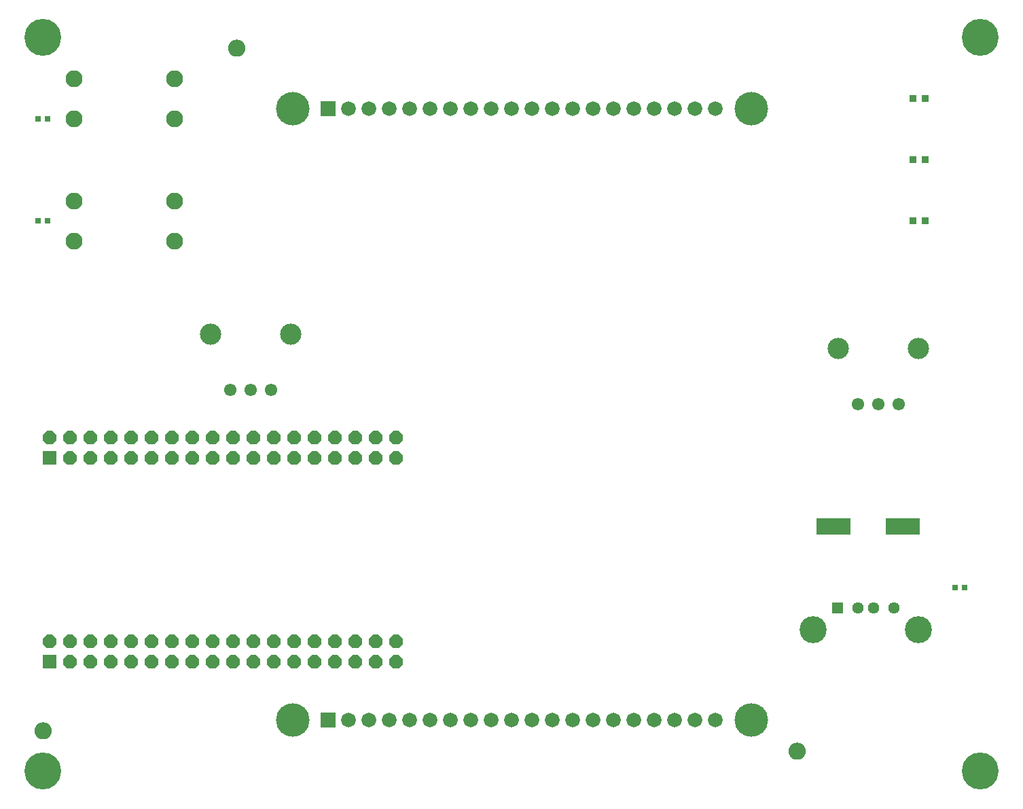
<source format=gbr>
G04 EAGLE Gerber RS-274X export*
G75*
%MOMM*%
%FSLAX34Y34*%
%LPD*%
%INSoldermask Top*%
%IPPOS*%
%AMOC8*
5,1,8,0,0,1.08239X$1,22.5*%
G01*
%ADD10R,4.252400X2.152400*%
%ADD11R,0.952400X0.952400*%
%ADD12C,0.609600*%
%ADD13C,1.168400*%
%ADD14R,1.828800X1.828800*%
%ADD15C,1.828800*%
%ADD16C,4.168400*%
%ADD17R,1.440400X1.440400*%
%ADD18C,1.440400*%
%ADD19C,3.372400*%
%ADD20C,4.597400*%
%ADD21C,1.552400*%
%ADD22C,2.652400*%
%ADD23R,0.762000X0.660400*%
%ADD24C,2.112400*%
%ADD25R,1.676400X1.676400*%
%ADD26P,1.814519X8X22.500000*%


D10*
X1036000Y355600D03*
X1123000Y355600D03*
D11*
X1135500Y736600D03*
X1150500Y736600D03*
X1135500Y812800D03*
X1150500Y812800D03*
X1135500Y889000D03*
X1150500Y889000D03*
D12*
X284480Y952500D02*
X284482Y952687D01*
X284489Y952874D01*
X284501Y953061D01*
X284517Y953247D01*
X284537Y953433D01*
X284562Y953618D01*
X284592Y953803D01*
X284626Y953987D01*
X284665Y954170D01*
X284708Y954352D01*
X284756Y954532D01*
X284808Y954712D01*
X284865Y954890D01*
X284925Y955067D01*
X284991Y955242D01*
X285060Y955416D01*
X285134Y955588D01*
X285212Y955758D01*
X285294Y955926D01*
X285380Y956092D01*
X285470Y956256D01*
X285564Y956417D01*
X285662Y956577D01*
X285764Y956733D01*
X285870Y956888D01*
X285980Y957039D01*
X286093Y957188D01*
X286210Y957334D01*
X286330Y957477D01*
X286454Y957617D01*
X286581Y957754D01*
X286712Y957888D01*
X286846Y958019D01*
X286983Y958146D01*
X287123Y958270D01*
X287266Y958390D01*
X287412Y958507D01*
X287561Y958620D01*
X287712Y958730D01*
X287867Y958836D01*
X288023Y958938D01*
X288183Y959036D01*
X288344Y959130D01*
X288508Y959220D01*
X288674Y959306D01*
X288842Y959388D01*
X289012Y959466D01*
X289184Y959540D01*
X289358Y959609D01*
X289533Y959675D01*
X289710Y959735D01*
X289888Y959792D01*
X290068Y959844D01*
X290248Y959892D01*
X290430Y959935D01*
X290613Y959974D01*
X290797Y960008D01*
X290982Y960038D01*
X291167Y960063D01*
X291353Y960083D01*
X291539Y960099D01*
X291726Y960111D01*
X291913Y960118D01*
X292100Y960120D01*
X292287Y960118D01*
X292474Y960111D01*
X292661Y960099D01*
X292847Y960083D01*
X293033Y960063D01*
X293218Y960038D01*
X293403Y960008D01*
X293587Y959974D01*
X293770Y959935D01*
X293952Y959892D01*
X294132Y959844D01*
X294312Y959792D01*
X294490Y959735D01*
X294667Y959675D01*
X294842Y959609D01*
X295016Y959540D01*
X295188Y959466D01*
X295358Y959388D01*
X295526Y959306D01*
X295692Y959220D01*
X295856Y959130D01*
X296017Y959036D01*
X296177Y958938D01*
X296333Y958836D01*
X296488Y958730D01*
X296639Y958620D01*
X296788Y958507D01*
X296934Y958390D01*
X297077Y958270D01*
X297217Y958146D01*
X297354Y958019D01*
X297488Y957888D01*
X297619Y957754D01*
X297746Y957617D01*
X297870Y957477D01*
X297990Y957334D01*
X298107Y957188D01*
X298220Y957039D01*
X298330Y956888D01*
X298436Y956733D01*
X298538Y956577D01*
X298636Y956417D01*
X298730Y956256D01*
X298820Y956092D01*
X298906Y955926D01*
X298988Y955758D01*
X299066Y955588D01*
X299140Y955416D01*
X299209Y955242D01*
X299275Y955067D01*
X299335Y954890D01*
X299392Y954712D01*
X299444Y954532D01*
X299492Y954352D01*
X299535Y954170D01*
X299574Y953987D01*
X299608Y953803D01*
X299638Y953618D01*
X299663Y953433D01*
X299683Y953247D01*
X299699Y953061D01*
X299711Y952874D01*
X299718Y952687D01*
X299720Y952500D01*
X299718Y952313D01*
X299711Y952126D01*
X299699Y951939D01*
X299683Y951753D01*
X299663Y951567D01*
X299638Y951382D01*
X299608Y951197D01*
X299574Y951013D01*
X299535Y950830D01*
X299492Y950648D01*
X299444Y950468D01*
X299392Y950288D01*
X299335Y950110D01*
X299275Y949933D01*
X299209Y949758D01*
X299140Y949584D01*
X299066Y949412D01*
X298988Y949242D01*
X298906Y949074D01*
X298820Y948908D01*
X298730Y948744D01*
X298636Y948583D01*
X298538Y948423D01*
X298436Y948267D01*
X298330Y948112D01*
X298220Y947961D01*
X298107Y947812D01*
X297990Y947666D01*
X297870Y947523D01*
X297746Y947383D01*
X297619Y947246D01*
X297488Y947112D01*
X297354Y946981D01*
X297217Y946854D01*
X297077Y946730D01*
X296934Y946610D01*
X296788Y946493D01*
X296639Y946380D01*
X296488Y946270D01*
X296333Y946164D01*
X296177Y946062D01*
X296017Y945964D01*
X295856Y945870D01*
X295692Y945780D01*
X295526Y945694D01*
X295358Y945612D01*
X295188Y945534D01*
X295016Y945460D01*
X294842Y945391D01*
X294667Y945325D01*
X294490Y945265D01*
X294312Y945208D01*
X294132Y945156D01*
X293952Y945108D01*
X293770Y945065D01*
X293587Y945026D01*
X293403Y944992D01*
X293218Y944962D01*
X293033Y944937D01*
X292847Y944917D01*
X292661Y944901D01*
X292474Y944889D01*
X292287Y944882D01*
X292100Y944880D01*
X291913Y944882D01*
X291726Y944889D01*
X291539Y944901D01*
X291353Y944917D01*
X291167Y944937D01*
X290982Y944962D01*
X290797Y944992D01*
X290613Y945026D01*
X290430Y945065D01*
X290248Y945108D01*
X290068Y945156D01*
X289888Y945208D01*
X289710Y945265D01*
X289533Y945325D01*
X289358Y945391D01*
X289184Y945460D01*
X289012Y945534D01*
X288842Y945612D01*
X288674Y945694D01*
X288508Y945780D01*
X288344Y945870D01*
X288183Y945964D01*
X288023Y946062D01*
X287867Y946164D01*
X287712Y946270D01*
X287561Y946380D01*
X287412Y946493D01*
X287266Y946610D01*
X287123Y946730D01*
X286983Y946854D01*
X286846Y946981D01*
X286712Y947112D01*
X286581Y947246D01*
X286454Y947383D01*
X286330Y947523D01*
X286210Y947666D01*
X286093Y947812D01*
X285980Y947961D01*
X285870Y948112D01*
X285764Y948267D01*
X285662Y948423D01*
X285564Y948583D01*
X285470Y948744D01*
X285380Y948908D01*
X285294Y949074D01*
X285212Y949242D01*
X285134Y949412D01*
X285060Y949584D01*
X284991Y949758D01*
X284925Y949933D01*
X284865Y950110D01*
X284808Y950288D01*
X284756Y950468D01*
X284708Y950648D01*
X284665Y950830D01*
X284626Y951013D01*
X284592Y951197D01*
X284562Y951382D01*
X284537Y951567D01*
X284517Y951753D01*
X284501Y951939D01*
X284489Y952126D01*
X284482Y952313D01*
X284480Y952500D01*
D13*
X292100Y952500D03*
D12*
X43180Y101600D02*
X43182Y101787D01*
X43189Y101974D01*
X43201Y102161D01*
X43217Y102347D01*
X43237Y102533D01*
X43262Y102718D01*
X43292Y102903D01*
X43326Y103087D01*
X43365Y103270D01*
X43408Y103452D01*
X43456Y103632D01*
X43508Y103812D01*
X43565Y103990D01*
X43625Y104167D01*
X43691Y104342D01*
X43760Y104516D01*
X43834Y104688D01*
X43912Y104858D01*
X43994Y105026D01*
X44080Y105192D01*
X44170Y105356D01*
X44264Y105517D01*
X44362Y105677D01*
X44464Y105833D01*
X44570Y105988D01*
X44680Y106139D01*
X44793Y106288D01*
X44910Y106434D01*
X45030Y106577D01*
X45154Y106717D01*
X45281Y106854D01*
X45412Y106988D01*
X45546Y107119D01*
X45683Y107246D01*
X45823Y107370D01*
X45966Y107490D01*
X46112Y107607D01*
X46261Y107720D01*
X46412Y107830D01*
X46567Y107936D01*
X46723Y108038D01*
X46883Y108136D01*
X47044Y108230D01*
X47208Y108320D01*
X47374Y108406D01*
X47542Y108488D01*
X47712Y108566D01*
X47884Y108640D01*
X48058Y108709D01*
X48233Y108775D01*
X48410Y108835D01*
X48588Y108892D01*
X48768Y108944D01*
X48948Y108992D01*
X49130Y109035D01*
X49313Y109074D01*
X49497Y109108D01*
X49682Y109138D01*
X49867Y109163D01*
X50053Y109183D01*
X50239Y109199D01*
X50426Y109211D01*
X50613Y109218D01*
X50800Y109220D01*
X50987Y109218D01*
X51174Y109211D01*
X51361Y109199D01*
X51547Y109183D01*
X51733Y109163D01*
X51918Y109138D01*
X52103Y109108D01*
X52287Y109074D01*
X52470Y109035D01*
X52652Y108992D01*
X52832Y108944D01*
X53012Y108892D01*
X53190Y108835D01*
X53367Y108775D01*
X53542Y108709D01*
X53716Y108640D01*
X53888Y108566D01*
X54058Y108488D01*
X54226Y108406D01*
X54392Y108320D01*
X54556Y108230D01*
X54717Y108136D01*
X54877Y108038D01*
X55033Y107936D01*
X55188Y107830D01*
X55339Y107720D01*
X55488Y107607D01*
X55634Y107490D01*
X55777Y107370D01*
X55917Y107246D01*
X56054Y107119D01*
X56188Y106988D01*
X56319Y106854D01*
X56446Y106717D01*
X56570Y106577D01*
X56690Y106434D01*
X56807Y106288D01*
X56920Y106139D01*
X57030Y105988D01*
X57136Y105833D01*
X57238Y105677D01*
X57336Y105517D01*
X57430Y105356D01*
X57520Y105192D01*
X57606Y105026D01*
X57688Y104858D01*
X57766Y104688D01*
X57840Y104516D01*
X57909Y104342D01*
X57975Y104167D01*
X58035Y103990D01*
X58092Y103812D01*
X58144Y103632D01*
X58192Y103452D01*
X58235Y103270D01*
X58274Y103087D01*
X58308Y102903D01*
X58338Y102718D01*
X58363Y102533D01*
X58383Y102347D01*
X58399Y102161D01*
X58411Y101974D01*
X58418Y101787D01*
X58420Y101600D01*
X58418Y101413D01*
X58411Y101226D01*
X58399Y101039D01*
X58383Y100853D01*
X58363Y100667D01*
X58338Y100482D01*
X58308Y100297D01*
X58274Y100113D01*
X58235Y99930D01*
X58192Y99748D01*
X58144Y99568D01*
X58092Y99388D01*
X58035Y99210D01*
X57975Y99033D01*
X57909Y98858D01*
X57840Y98684D01*
X57766Y98512D01*
X57688Y98342D01*
X57606Y98174D01*
X57520Y98008D01*
X57430Y97844D01*
X57336Y97683D01*
X57238Y97523D01*
X57136Y97367D01*
X57030Y97212D01*
X56920Y97061D01*
X56807Y96912D01*
X56690Y96766D01*
X56570Y96623D01*
X56446Y96483D01*
X56319Y96346D01*
X56188Y96212D01*
X56054Y96081D01*
X55917Y95954D01*
X55777Y95830D01*
X55634Y95710D01*
X55488Y95593D01*
X55339Y95480D01*
X55188Y95370D01*
X55033Y95264D01*
X54877Y95162D01*
X54717Y95064D01*
X54556Y94970D01*
X54392Y94880D01*
X54226Y94794D01*
X54058Y94712D01*
X53888Y94634D01*
X53716Y94560D01*
X53542Y94491D01*
X53367Y94425D01*
X53190Y94365D01*
X53012Y94308D01*
X52832Y94256D01*
X52652Y94208D01*
X52470Y94165D01*
X52287Y94126D01*
X52103Y94092D01*
X51918Y94062D01*
X51733Y94037D01*
X51547Y94017D01*
X51361Y94001D01*
X51174Y93989D01*
X50987Y93982D01*
X50800Y93980D01*
X50613Y93982D01*
X50426Y93989D01*
X50239Y94001D01*
X50053Y94017D01*
X49867Y94037D01*
X49682Y94062D01*
X49497Y94092D01*
X49313Y94126D01*
X49130Y94165D01*
X48948Y94208D01*
X48768Y94256D01*
X48588Y94308D01*
X48410Y94365D01*
X48233Y94425D01*
X48058Y94491D01*
X47884Y94560D01*
X47712Y94634D01*
X47542Y94712D01*
X47374Y94794D01*
X47208Y94880D01*
X47044Y94970D01*
X46883Y95064D01*
X46723Y95162D01*
X46567Y95264D01*
X46412Y95370D01*
X46261Y95480D01*
X46112Y95593D01*
X45966Y95710D01*
X45823Y95830D01*
X45683Y95954D01*
X45546Y96081D01*
X45412Y96212D01*
X45281Y96346D01*
X45154Y96483D01*
X45030Y96623D01*
X44910Y96766D01*
X44793Y96912D01*
X44680Y97061D01*
X44570Y97212D01*
X44464Y97367D01*
X44362Y97523D01*
X44264Y97683D01*
X44170Y97844D01*
X44080Y98008D01*
X43994Y98174D01*
X43912Y98342D01*
X43834Y98512D01*
X43760Y98684D01*
X43691Y98858D01*
X43625Y99033D01*
X43565Y99210D01*
X43508Y99388D01*
X43456Y99568D01*
X43408Y99748D01*
X43365Y99930D01*
X43326Y100113D01*
X43292Y100297D01*
X43262Y100482D01*
X43237Y100667D01*
X43217Y100853D01*
X43201Y101039D01*
X43189Y101226D01*
X43182Y101413D01*
X43180Y101600D01*
D13*
X50800Y101600D03*
D12*
X982980Y76200D02*
X982982Y76387D01*
X982989Y76574D01*
X983001Y76761D01*
X983017Y76947D01*
X983037Y77133D01*
X983062Y77318D01*
X983092Y77503D01*
X983126Y77687D01*
X983165Y77870D01*
X983208Y78052D01*
X983256Y78232D01*
X983308Y78412D01*
X983365Y78590D01*
X983425Y78767D01*
X983491Y78942D01*
X983560Y79116D01*
X983634Y79288D01*
X983712Y79458D01*
X983794Y79626D01*
X983880Y79792D01*
X983970Y79956D01*
X984064Y80117D01*
X984162Y80277D01*
X984264Y80433D01*
X984370Y80588D01*
X984480Y80739D01*
X984593Y80888D01*
X984710Y81034D01*
X984830Y81177D01*
X984954Y81317D01*
X985081Y81454D01*
X985212Y81588D01*
X985346Y81719D01*
X985483Y81846D01*
X985623Y81970D01*
X985766Y82090D01*
X985912Y82207D01*
X986061Y82320D01*
X986212Y82430D01*
X986367Y82536D01*
X986523Y82638D01*
X986683Y82736D01*
X986844Y82830D01*
X987008Y82920D01*
X987174Y83006D01*
X987342Y83088D01*
X987512Y83166D01*
X987684Y83240D01*
X987858Y83309D01*
X988033Y83375D01*
X988210Y83435D01*
X988388Y83492D01*
X988568Y83544D01*
X988748Y83592D01*
X988930Y83635D01*
X989113Y83674D01*
X989297Y83708D01*
X989482Y83738D01*
X989667Y83763D01*
X989853Y83783D01*
X990039Y83799D01*
X990226Y83811D01*
X990413Y83818D01*
X990600Y83820D01*
X990787Y83818D01*
X990974Y83811D01*
X991161Y83799D01*
X991347Y83783D01*
X991533Y83763D01*
X991718Y83738D01*
X991903Y83708D01*
X992087Y83674D01*
X992270Y83635D01*
X992452Y83592D01*
X992632Y83544D01*
X992812Y83492D01*
X992990Y83435D01*
X993167Y83375D01*
X993342Y83309D01*
X993516Y83240D01*
X993688Y83166D01*
X993858Y83088D01*
X994026Y83006D01*
X994192Y82920D01*
X994356Y82830D01*
X994517Y82736D01*
X994677Y82638D01*
X994833Y82536D01*
X994988Y82430D01*
X995139Y82320D01*
X995288Y82207D01*
X995434Y82090D01*
X995577Y81970D01*
X995717Y81846D01*
X995854Y81719D01*
X995988Y81588D01*
X996119Y81454D01*
X996246Y81317D01*
X996370Y81177D01*
X996490Y81034D01*
X996607Y80888D01*
X996720Y80739D01*
X996830Y80588D01*
X996936Y80433D01*
X997038Y80277D01*
X997136Y80117D01*
X997230Y79956D01*
X997320Y79792D01*
X997406Y79626D01*
X997488Y79458D01*
X997566Y79288D01*
X997640Y79116D01*
X997709Y78942D01*
X997775Y78767D01*
X997835Y78590D01*
X997892Y78412D01*
X997944Y78232D01*
X997992Y78052D01*
X998035Y77870D01*
X998074Y77687D01*
X998108Y77503D01*
X998138Y77318D01*
X998163Y77133D01*
X998183Y76947D01*
X998199Y76761D01*
X998211Y76574D01*
X998218Y76387D01*
X998220Y76200D01*
X998218Y76013D01*
X998211Y75826D01*
X998199Y75639D01*
X998183Y75453D01*
X998163Y75267D01*
X998138Y75082D01*
X998108Y74897D01*
X998074Y74713D01*
X998035Y74530D01*
X997992Y74348D01*
X997944Y74168D01*
X997892Y73988D01*
X997835Y73810D01*
X997775Y73633D01*
X997709Y73458D01*
X997640Y73284D01*
X997566Y73112D01*
X997488Y72942D01*
X997406Y72774D01*
X997320Y72608D01*
X997230Y72444D01*
X997136Y72283D01*
X997038Y72123D01*
X996936Y71967D01*
X996830Y71812D01*
X996720Y71661D01*
X996607Y71512D01*
X996490Y71366D01*
X996370Y71223D01*
X996246Y71083D01*
X996119Y70946D01*
X995988Y70812D01*
X995854Y70681D01*
X995717Y70554D01*
X995577Y70430D01*
X995434Y70310D01*
X995288Y70193D01*
X995139Y70080D01*
X994988Y69970D01*
X994833Y69864D01*
X994677Y69762D01*
X994517Y69664D01*
X994356Y69570D01*
X994192Y69480D01*
X994026Y69394D01*
X993858Y69312D01*
X993688Y69234D01*
X993516Y69160D01*
X993342Y69091D01*
X993167Y69025D01*
X992990Y68965D01*
X992812Y68908D01*
X992632Y68856D01*
X992452Y68808D01*
X992270Y68765D01*
X992087Y68726D01*
X991903Y68692D01*
X991718Y68662D01*
X991533Y68637D01*
X991347Y68617D01*
X991161Y68601D01*
X990974Y68589D01*
X990787Y68582D01*
X990600Y68580D01*
X990413Y68582D01*
X990226Y68589D01*
X990039Y68601D01*
X989853Y68617D01*
X989667Y68637D01*
X989482Y68662D01*
X989297Y68692D01*
X989113Y68726D01*
X988930Y68765D01*
X988748Y68808D01*
X988568Y68856D01*
X988388Y68908D01*
X988210Y68965D01*
X988033Y69025D01*
X987858Y69091D01*
X987684Y69160D01*
X987512Y69234D01*
X987342Y69312D01*
X987174Y69394D01*
X987008Y69480D01*
X986844Y69570D01*
X986683Y69664D01*
X986523Y69762D01*
X986367Y69864D01*
X986212Y69970D01*
X986061Y70080D01*
X985912Y70193D01*
X985766Y70310D01*
X985623Y70430D01*
X985483Y70554D01*
X985346Y70681D01*
X985212Y70812D01*
X985081Y70946D01*
X984954Y71083D01*
X984830Y71223D01*
X984710Y71366D01*
X984593Y71512D01*
X984480Y71661D01*
X984370Y71812D01*
X984264Y71967D01*
X984162Y72123D01*
X984064Y72283D01*
X983970Y72444D01*
X983880Y72608D01*
X983794Y72774D01*
X983712Y72942D01*
X983634Y73112D01*
X983560Y73284D01*
X983491Y73458D01*
X983425Y73633D01*
X983365Y73810D01*
X983308Y73988D01*
X983256Y74168D01*
X983208Y74348D01*
X983165Y74530D01*
X983126Y74713D01*
X983092Y74897D01*
X983062Y75082D01*
X983037Y75267D01*
X983017Y75453D01*
X983001Y75639D01*
X982989Y75826D01*
X982982Y76013D01*
X982980Y76200D01*
D13*
X990600Y76200D03*
D14*
X406400Y876300D03*
D15*
X431800Y876300D03*
X457200Y876300D03*
X482600Y876300D03*
X508000Y876300D03*
X533400Y876300D03*
X558800Y876300D03*
X584200Y876300D03*
X609600Y876300D03*
X635000Y876300D03*
X660400Y876300D03*
X685800Y876300D03*
X711200Y876300D03*
X736600Y876300D03*
X762000Y876300D03*
X787400Y876300D03*
X812800Y876300D03*
X838200Y876300D03*
X863600Y876300D03*
X889000Y876300D03*
D14*
X406400Y114300D03*
D15*
X431800Y114300D03*
X457200Y114300D03*
X482600Y114300D03*
X508000Y114300D03*
X533400Y114300D03*
X558800Y114300D03*
X584200Y114300D03*
X609600Y114300D03*
X635000Y114300D03*
X660400Y114300D03*
X685800Y114300D03*
X711200Y114300D03*
X736600Y114300D03*
X762000Y114300D03*
X787400Y114300D03*
X812800Y114300D03*
X838200Y114300D03*
X863600Y114300D03*
X889000Y114300D03*
D16*
X361950Y114300D03*
X933450Y114300D03*
X361950Y876300D03*
X933450Y876300D03*
D17*
X1041400Y254000D03*
D18*
X1066400Y254000D03*
X1086400Y254000D03*
X1111400Y254000D03*
D19*
X1010700Y226900D03*
X1142100Y226900D03*
D20*
X50800Y965200D03*
X1219200Y965200D03*
X1219200Y50800D03*
X50800Y50800D03*
D21*
X1067200Y508000D03*
X1092200Y508000D03*
X1117200Y508000D03*
D22*
X1042200Y578000D03*
X1142200Y578000D03*
D21*
X284880Y525780D03*
X309880Y525780D03*
X334880Y525780D03*
D22*
X259880Y595780D03*
X359880Y595780D03*
D23*
X45212Y736600D03*
X56388Y736600D03*
X45212Y863600D03*
X56388Y863600D03*
X1188212Y279400D03*
X1199388Y279400D03*
D24*
X214900Y761600D03*
X214900Y711600D03*
X89900Y711600D03*
X89900Y761600D03*
X214900Y914000D03*
X214900Y864000D03*
X89900Y864000D03*
X89900Y914000D03*
D25*
X59100Y187700D03*
D26*
X59100Y213100D03*
X84500Y187700D03*
X84500Y213100D03*
X109900Y187700D03*
X109900Y213100D03*
X135300Y187700D03*
X135300Y213100D03*
X160700Y187700D03*
X160700Y213100D03*
X186100Y187700D03*
X186100Y213100D03*
X211500Y187700D03*
X211500Y213100D03*
X236900Y187700D03*
X236900Y213100D03*
X262300Y187700D03*
X262300Y213100D03*
X287700Y187700D03*
X287700Y213100D03*
X313100Y187700D03*
X313100Y213100D03*
X338500Y187700D03*
X338500Y213100D03*
X363900Y187700D03*
X363900Y213100D03*
X389300Y187700D03*
X389300Y213100D03*
X414700Y187700D03*
X414700Y213100D03*
X440100Y187700D03*
X440100Y213100D03*
X465500Y187700D03*
X465500Y213100D03*
X490900Y187700D03*
X490900Y213100D03*
D25*
X59100Y441700D03*
D26*
X59100Y467100D03*
X84500Y441700D03*
X84500Y467100D03*
X109900Y441700D03*
X109900Y467100D03*
X135300Y441700D03*
X135300Y467100D03*
X160700Y441700D03*
X160700Y467100D03*
X186100Y441700D03*
X186100Y467100D03*
X211500Y441700D03*
X211500Y467100D03*
X236900Y441700D03*
X236900Y467100D03*
X262300Y441700D03*
X262300Y467100D03*
X287700Y441700D03*
X287700Y467100D03*
X313100Y441700D03*
X313100Y467100D03*
X338500Y441700D03*
X338500Y467100D03*
X363900Y441700D03*
X363900Y467100D03*
X389300Y441700D03*
X389300Y467100D03*
X414700Y441700D03*
X414700Y467100D03*
X440100Y441700D03*
X440100Y467100D03*
X465500Y441700D03*
X465500Y467100D03*
X490900Y441700D03*
X490900Y467100D03*
M02*

</source>
